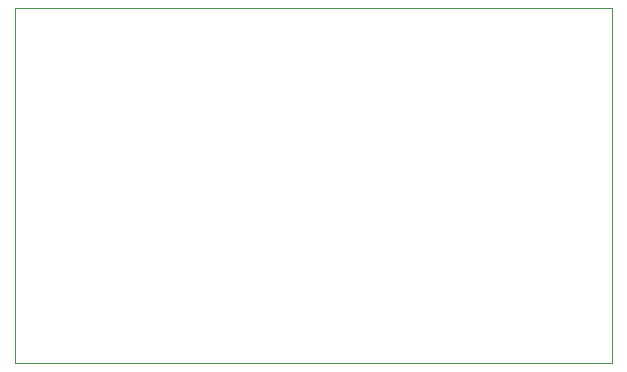
<source format=gbr>
%TF.GenerationSoftware,KiCad,Pcbnew,8.0.7*%
%TF.CreationDate,2024-12-20T19:08:43+02:00*%
%TF.ProjectId,STM32TrialPcb,53544d33-3254-4726-9961-6c5063622e6b,rev?*%
%TF.SameCoordinates,Original*%
%TF.FileFunction,Profile,NP*%
%FSLAX46Y46*%
G04 Gerber Fmt 4.6, Leading zero omitted, Abs format (unit mm)*
G04 Created by KiCad (PCBNEW 8.0.7) date 2024-12-20 19:08:43*
%MOMM*%
%LPD*%
G01*
G04 APERTURE LIST*
%TA.AperFunction,Profile*%
%ADD10C,0.050000*%
%TD*%
G04 APERTURE END LIST*
D10*
X180500000Y-33500000D02*
X180500000Y-63500000D01*
X231000000Y-33500000D02*
X180500000Y-33500000D01*
X231000000Y-63500000D02*
X231000000Y-33500000D01*
X180500000Y-63500000D02*
X231000000Y-63500000D01*
M02*

</source>
